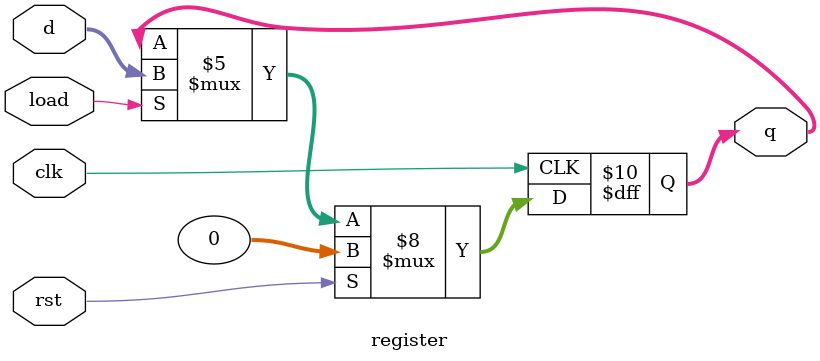
<source format=v>
`timescale 1ns / 1ps


module register(clk, rst, load, d, q);
        parameter WIDTH = 32;
        
        input clk,rst,load;
        input [WIDTH-1:0] d;
        output reg [WIDTH-1:0] q;
        
        initial begin
            q<=0;
        end
        
        always @(posedge clk) begin
            if(rst==1)
                q<=0;
            else if (load==1)
                q<=d;
        end
        
endmodule
</source>
